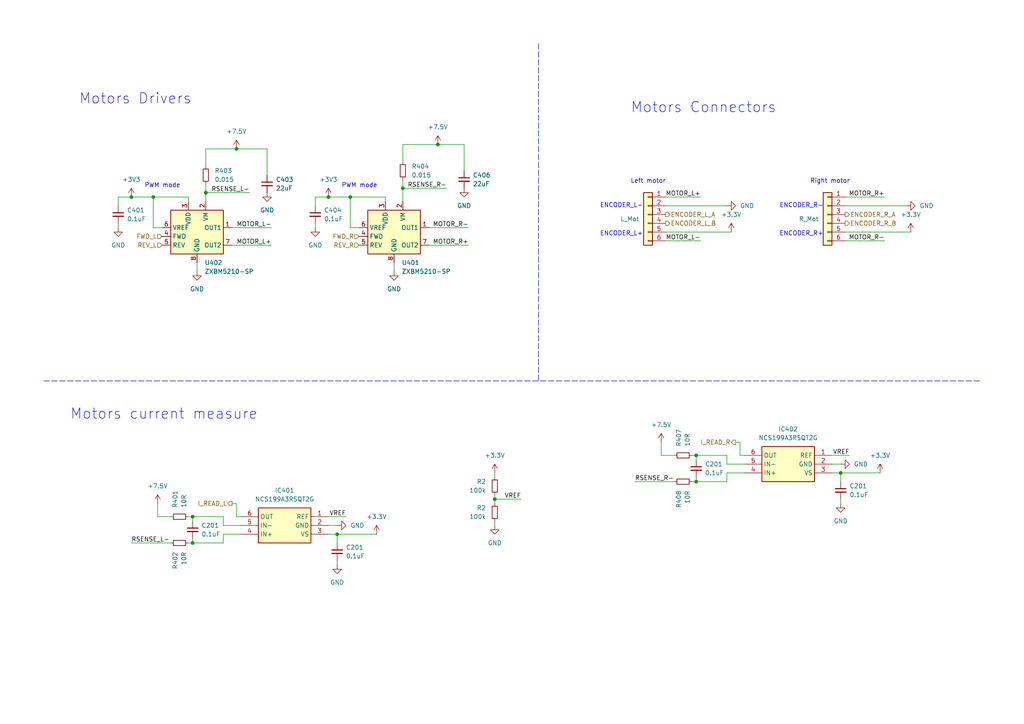
<source format=kicad_sch>
(kicad_sch (version 20230121) (generator eeschema)
  (paper "A4")
  (title_block (title "Robot chat - Motor drivers") (date "2023-09-19") (rev "1.0") (company "ENSEA"))
  (lib_symbols
    (symbol "Connector_Generic:Conn_01x06" (pin_names (offset 1.016) hide)
      (property "Reference" "J" (at 0 7.62 0))
      (property "Value" "Conn_01x06" (at 0 -10.16 0))
      (symbol "Conn_01x06_1_1"
        (rectangle (start -1.27 -7.493) (end 0 -7.747) (stroke (width 0.1524)))
        (rectangle (start -1.27 -4.953) (end 0 -5.207) (stroke (width 0.1524)))
        (rectangle (start -1.27 -2.413) (end 0 -2.667) (stroke (width 0.1524)))
        (rectangle (start -1.27 0.127) (end 0 -0.127) (stroke (width 0.1524)))
        (rectangle (start -1.27 2.667) (end 0 2.413) (stroke (width 0.1524)))
        (rectangle (start -1.27 5.207) (end 0 4.953) (stroke (width 0.1524)))
        (rectangle (start -1.27 6.35) (end 1.27 -8.89) (stroke (width 0.254)) (fill (type background)))
        (pin passive line (at -5.08 5.08 0) (length 3.81) (name "Pin_1") (number "1"))
        (pin passive line (at -5.08 2.54 0) (length 3.81) (name "Pin_2") (number "2"))
        (pin passive line (at -5.08 0 0) (length 3.81) (name "Pin_3") (number "3"))
        (pin passive line (at -5.08 -2.54 0) (length 3.81) (name "Pin_4") (number "4"))
        (pin passive line (at -5.08 -5.08 0) (length 3.81) (name "Pin_5") (number "5"))
        (pin passive line (at -5.08 -7.62 0) (length 3.81) (name "Pin_6") (number "6"))
      )
    )
    (symbol "Device:C_Small" (pin_numbers hide) (pin_names (offset 0.254) hide)
      (property "Reference" "C" (at 0.254 1.778 0))
      (property "Value" "C_Small" (at 0.254 -2.032 0))
      (symbol "C_Small_0_1"
        (polyline (pts (xy -1.524 -0.508) (xy 1.524 -0.508)) (stroke (width 0.3302)))
        (polyline (pts (xy -1.524 0.508) (xy 1.524 0.508)) (stroke (width 0.3048)))
      )
      (symbol "C_Small_1_1"
        (pin passive line (at 0 2.54 270) (length 2.032) (name "~") (number "1"))
        (pin passive line (at 0 -2.54 90) (length 2.032) (name "~") (number "2"))
      )
    )
    (symbol "Device:R_Small" (pin_numbers hide) (pin_names (offset 0.254) hide)
      (property "Reference" "R" (at 0.762 0.508 0))
      (property "Value" "R_Small" (at 0.762 -1.016 0))
      (symbol "R_Small_0_1"
        (rectangle (start -0.762 1.778) (end 0.762 -1.778) (stroke (width 0.2032)))
      )
      (symbol "R_Small_1_1"
        (pin passive line (at 0 2.54 270) (length 0.762) (name "~") (number "1"))
        (pin passive line (at 0 -2.54 90) (length 0.762) (name "~") (number "2"))
      )
    )
    (symbol "Driver_Motor:ZXBM5210-SP"
      (property "Reference" "U" (at -7.62 8.89 0))
      (property "Value" "ZXBM5210-SP" (at 10.16 8.89 0))
      (symbol "ZXBM5210-SP_0_0"
        (pin output line (at 10.16 2.54 180) (length 2.54) (name "OUT1") (number "1"))
        (pin power_in line (at 2.54 10.16 270) (length 2.54) (name "VM") (number "2"))
        (pin power_in line (at -2.54 10.16 270) (length 2.54) (name "VDD") (number "3"))
        (pin input line (at -10.16 0 0) (length 2.54) (name "FWD") (number "4"))
        (pin input line (at -10.16 -2.54 0) (length 2.54) (name "REV") (number "5"))
        (pin input line (at -10.16 2.54 0) (length 2.54) (name "VREF") (number "6"))
        (pin output line (at 10.16 -2.54 180) (length 2.54) (name "OUT2") (number "7"))
        (pin power_in line (at 0 -7.62 90) (length 2.54) (name "GND") (number "8"))
        (pin passive line (at 0 -7.62 90) (length 2.54) hide (name "GND") (number "9"))
      )
      (symbol "ZXBM5210-SP_0_1"
        (rectangle (start -7.62 7.62) (end 7.62 -5.08) (stroke (width 0.254)) (fill (type background)))
      )
    )
    (symbol "NCS199A3RSQT2G:NCS199A3RSQT2G"
      (property "Reference" "IC" (at 21.59 7.62 0))
      (property "Value" "NCS199A3RSQT2G" (at 21.59 5.08 0))
      (symbol "NCS199A3RSQT2G_1_1"
        (rectangle (start 5.08 2.54) (end 20.32 -7.62) (stroke (width 0.254)) (fill (type background)))
        (pin passive line (at 0 0 0) (length 5.08) (name "REF") (number "1"))
        (pin passive line (at 0 -2.54 0) (length 5.08) (name "GND") (number "2"))
        (pin passive line (at 0 -5.08 0) (length 5.08) (name "VS") (number "3"))
        (pin passive line (at 25.4 -5.08 180) (length 5.08) (name "IN+") (number "4"))
        (pin passive line (at 25.4 -2.54 180) (length 5.08) (name "IN-") (number "5"))
        (pin passive line (at 25.4 0 180) (length 5.08) (name "OUT") (number "6"))
      )
    )
    (symbol "power:+3.3V" (power) (pin_names (offset 0))
      (property "Value" "+3.3V" (at 0 3.556 0))
      (symbol "+3.3V_0_1"
        (polyline (pts (xy -0.762 1.27) (xy 0 2.54)))
        (polyline (pts (xy 0 0) (xy 0 2.54)))
        (polyline (pts (xy 0 2.54) (xy 0.762 1.27)))
      )
      (symbol "+3.3V_1_1"
        (pin power_in line (at 0 0 90) (length 0) hide (name "+3.3V") (number "1"))
      )
    )
    (symbol "power:+3V3" (power) (pin_names (offset 0))
      (property "Value" "+3V3" (at 0 3.556 0))
      (symbol "+3V3_0_1"
        (polyline (pts (xy -0.762 1.27) (xy 0 2.54)))
        (polyline (pts (xy 0 0) (xy 0 2.54)))
        (polyline (pts (xy 0 2.54) (xy 0.762 1.27)))
      )
      (symbol "+3V3_1_1"
        (pin power_in line (at 0 0 90) (length 0) hide (name "+3V3") (number "1"))
      )
    )
    (symbol "power:+7.5V" (power) (pin_names (offset 0))
      (property "Value" "+7.5V" (at 0 3.556 0))
      (symbol "+7.5V_0_1"
        (polyline (pts (xy -0.762 1.27) (xy 0 2.54)))
        (polyline (pts (xy 0 0) (xy 0 2.54)))
        (polyline (pts (xy 0 2.54) (xy 0.762 1.27)))
      )
      (symbol "+7.5V_1_1"
        (pin power_in line (at 0 0 90) (length 0) hide (name "+7.5V") (number "1"))
      )
    )
    (symbol "power:GND" (power) (pin_names (offset 0))
      (property "Value" "GND" (at 0 -3.81 0))
      (symbol "GND_0_1"
        (polyline (pts (xy 0 0) (xy 0 -1.27) (xy 1.27 -1.27) (xy 0 -2.54) (xy -1.27 -1.27) (xy 0 -1.27)))
      )
      (symbol "GND_1_1"
        (pin power_in line (at 0 0 270) (length 0) hide (name "GND") (number "1"))
      )
    )
  )
  (junction (at 116.84 54.61))
  (junction (at 97.79 154.94))
  (junction (at 143.51 144.78))
  (junction (at 44.45 57.15))
  (junction (at 55.88 149.86))
  (junction (at 55.88 157.48))
  (junction (at 243.84 137.16))
  (junction (at 127 41.91))
  (junction (at 201.93 132.08))
  (junction (at 38.1 57.15))
  (junction (at 201.93 139.7))
  (junction (at 59.69 55.88))
  (junction (at 95.25 57.15))
  (junction (at 101.6 57.15))
  (junction (at 68.58 43.18))
  (wire (pts (xy 59.69 43.18) (xy 68.58 43.18)))
  (wire (pts (xy 77.47 43.18) (xy 77.47 50.8)))
  (wire (pts (xy 95.25 57.15) (xy 101.6 57.15)))
  (wire (pts (xy 97.79 162.56) (xy 97.79 163.83)))
  (wire (pts (xy 97.79 157.48) (xy 97.79 154.94)))
  (wire (pts (xy 245.11 67.31) (xy 264.16 67.31)))
  (wire (pts (xy 57.15 76.2) (xy 57.15 78.74)))
  (wire (pts (xy 116.84 54.61) (xy 116.84 52.07)))
  (wire (pts (xy 68.58 146.05) (xy 68.58 149.86)))
  (wire (pts (xy 67.31 71.12) (xy 78.74 71.12)))
  (wire (pts (xy 243.84 139.7) (xy 243.84 137.16)))
  (wire (pts (xy 97.79 154.94) (xy 109.22 154.94)))
  (wire (pts (xy 91.44 59.69) (xy 91.44 57.15)))
  (wire (pts (xy 91.44 57.15) (xy 95.25 57.15)))
  (wire (pts (xy 59.69 43.18) (xy 59.69 48.26)))
  (polyline (pts (xy 156.21 12.7) (xy 156.21 110.49)) (stroke (width 0) (type dash)))
  (wire (pts (xy 214.63 132.08) (xy 215.9 132.08)))
  (wire (pts (xy 210.82 132.08) (xy 201.93 132.08)))
  (wire (pts (xy 114.3 76.2) (xy 114.3 78.74)))
  (wire (pts (xy 46.99 66.04) (xy 44.45 66.04)))
  (wire (pts (xy 135.89 66.04) (xy 124.46 66.04)))
  (wire (pts (xy 68.58 149.86) (xy 69.85 149.86)))
  (wire (pts (xy 127 41.91) (xy 134.62 41.91)))
  (wire (pts (xy 34.29 59.69) (xy 34.29 57.15)))
  (wire (pts (xy 134.62 41.91) (xy 134.62 49.53)))
  (wire (pts (xy 203.2 57.15) (xy 193.04 57.15)))
  (wire (pts (xy 246.38 132.08) (xy 241.3 132.08)))
  (wire (pts (xy 34.29 57.15) (xy 38.1 57.15)))
  (wire (pts (xy 256.54 69.85) (xy 245.11 69.85)))
  (wire (pts (xy 38.1 57.15) (xy 44.45 57.15)))
  (wire (pts (xy 55.88 157.48) (xy 64.77 157.48)))
  (wire (pts (xy 195.58 139.7) (xy 184.15 139.7)))
  (wire (pts (xy 95.25 152.4) (xy 97.79 152.4)))
  (wire (pts (xy 116.84 54.61) (xy 116.84 58.42)))
  (wire (pts (xy 59.69 58.42) (xy 59.69 55.88)))
  (wire (pts (xy 116.84 41.91) (xy 116.84 46.99)))
  (wire (pts (xy 45.72 146.05) (xy 45.72 149.86)))
  (wire (pts (xy 104.14 66.04) (xy 101.6 66.04)))
  (wire (pts (xy 201.93 139.7) (xy 210.82 139.7)))
  (wire (pts (xy 55.88 157.48) (xy 55.88 156.21)))
  (wire (pts (xy 64.77 157.48) (xy 64.77 154.94)))
  (wire (pts (xy 193.04 67.31) (xy 212.09 67.31)))
  (wire (pts (xy 44.45 66.04) (xy 44.45 57.15)))
  (wire (pts (xy 129.54 54.61) (xy 116.84 54.61)))
  (wire (pts (xy 67.31 146.05) (xy 68.58 146.05)))
  (wire (pts (xy 67.31 66.04) (xy 78.74 66.04)))
  (wire (pts (xy 54.61 157.48) (xy 55.88 157.48)))
  (wire (pts (xy 200.66 132.08) (xy 201.93 132.08)))
  (wire (pts (xy 210.82 139.7) (xy 210.82 137.16)))
  (wire (pts (xy 135.89 71.12) (xy 124.46 71.12)))
  (wire (pts (xy 44.45 57.15) (xy 54.61 57.15)))
  (wire (pts (xy 191.77 132.08) (xy 195.58 132.08)))
  (wire (pts (xy 101.6 57.15) (xy 111.76 57.15)))
  (wire (pts (xy 215.9 134.62) (xy 210.82 134.62)))
  (wire (pts (xy 72.39 55.88) (xy 59.69 55.88)))
  (wire (pts (xy 210.82 137.16) (xy 215.9 137.16)))
  (wire (pts (xy 59.69 55.88) (xy 59.69 53.34)))
  (wire (pts (xy 101.6 66.04) (xy 101.6 57.15)))
  (wire (pts (xy 214.63 128.27) (xy 214.63 132.08)))
  (wire (pts (xy 45.72 149.86) (xy 49.53 149.86)))
  (wire (pts (xy 243.84 137.16) (xy 255.27 137.16)))
  (wire (pts (xy 203.2 69.85) (xy 193.04 69.85)))
  (wire (pts (xy 191.77 128.27) (xy 191.77 132.08)))
  (wire (pts (xy 243.84 144.78) (xy 243.84 146.05)))
  (wire (pts (xy 213.36 128.27) (xy 214.63 128.27)))
  (wire (pts (xy 143.51 151.13) (xy 143.51 152.4)))
  (wire (pts (xy 143.51 144.78) (xy 143.51 146.05)))
  (wire (pts (xy 69.85 152.4) (xy 64.77 152.4)))
  (wire (pts (xy 193.04 59.69) (xy 210.82 59.69)))
  (wire (pts (xy 201.93 139.7) (xy 201.93 138.43)))
  (wire (pts (xy 34.29 64.77) (xy 34.29 66.04)))
  (wire (pts (xy 143.51 144.78) (xy 151.13 144.78)))
  (wire (pts (xy 100.33 149.86) (xy 95.25 149.86)))
  (wire (pts (xy 91.44 64.77) (xy 91.44 66.04)))
  (wire (pts (xy 116.84 41.91) (xy 127 41.91)))
  (wire (pts (xy 200.66 139.7) (xy 201.93 139.7)))
  (wire (pts (xy 201.93 132.08) (xy 201.93 133.35)))
  (wire (pts (xy 245.11 59.69) (xy 262.89 59.69)))
  (wire (pts (xy 243.84 137.16) (xy 241.3 137.16)))
  (wire (pts (xy 54.61 57.15) (xy 54.61 58.42)))
  (wire (pts (xy 55.88 149.86) (xy 55.88 151.13)))
  (wire (pts (xy 256.54 57.15) (xy 245.11 57.15)))
  (wire (pts (xy 97.79 154.94) (xy 95.25 154.94)))
  (wire (pts (xy 64.77 149.86) (xy 55.88 149.86)))
  (wire (pts (xy 143.51 143.51) (xy 143.51 144.78)))
  (wire (pts (xy 68.58 43.18) (xy 77.47 43.18)))
  (polyline (pts (xy 12.7 110.49) (xy 284.48 110.49)) (stroke (width 0) (type dash)))
  (wire (pts (xy 64.77 154.94) (xy 69.85 154.94)))
  (wire (pts (xy 210.82 134.62) (xy 210.82 132.08)))
  (wire (pts (xy 64.77 152.4) (xy 64.77 149.86)))
  (wire (pts (xy 54.61 149.86) (xy 55.88 149.86)))
  (wire (pts (xy 241.3 134.62) (xy 243.84 134.62)))
  (wire (pts (xy 111.76 57.15) (xy 111.76 58.42)))
  (wire (pts (xy 143.51 137.16) (xy 143.51 138.43)))
  (wire (pts (xy 49.53 157.48) (xy 38.1 157.48)))
  (text "PWM mode" (at 41.91 54.61 0) (effects (font (size 1.27 1.27)) (justify left bottom)))
  (text "Left motor" (at 182.88 53.34 0) (effects (font (size 1.27 1.27)) (justify left bottom)))
  (text "Motors Connectors" (at 182.88 33.02 0) (effects (font (size 3 3)) (justify left bottom)))
  (text "PWM mode" (at 99.06 54.61 0) (effects (font (size 1.27 1.27)) (justify left bottom)))
  (text "Motors Drivers" (at 22.86 30.48 0) (effects (font (size 3 3)) (justify left bottom)))
  (text "ENCODER_L-\n\n\n\nENCODER_L+" (at 173.99 68.58 0) (effects (font (size 1.27 1.27)) (justify left bottom)))
  (text "ENCODER_R-\n\n\n\nENCODER_R+" (at 226.06 68.58 0) (effects (font (size 1.27 1.27)) (justify left bottom)))
  (text "Right motor" (at 234.95 53.34 0) (effects (font (size 1.27 1.27)) (justify left bottom)))
  (text "Motors current measure" (at 20.32 121.92 0) (effects (font (size 3 3)) (justify left bottom)))
  (label "MOTOR_R-" (at 135.89 66.04 180))
  (label "VREF" (at 100.33 149.86 180))
  (label "MOTOR_R+" (at 135.89 71.12 180))
  (label "MOTOR_L-" (at 78.74 66.04 180))
  (label "RSENSE_L-" (at 72.39 55.88 180))
  (label "MOTOR_R+" (at 256.54 57.15 180))
  (label "VREF" (at 246.38 132.08 180))
  (label "RSENSE_R-" (at 129.54 54.61 180))
  (label "MOTOR_L+" (at 203.2 57.15 180))
  (label "MOTOR_L-" (at 203.2 69.85 180))
  (label "MOTOR_L+" (at 78.74 71.12 180))
  (label "RSENSE_R-" (at 184.15 139.7 0))
  (label "VREF" (at 151.13 144.78 180))
  (label "MOTOR_R-" (at 256.54 69.85 180))
  (label "RSENSE_L-" (at 38.1 157.48 0))
  (hierarchical_label "ENCODER_L_B" (shape output) (at 193.04 64.77 0))
  (hierarchical_label "REV_R" (shape input) (at 104.14 71.12 180))
  (hierarchical_label "REV_L" (shape input) (at 46.99 71.12 180))
  (hierarchical_label "I_READ_R" (shape output) (at 213.36 128.27 180))
  (hierarchical_label "ENCODER_L_A" (shape output) (at 193.04 62.23 0))
  (hierarchical_label "ENCODER_R_B" (shape output) (at 245.11 64.77 0))
  (hierarchical_label "FWD_R" (shape input) (at 104.14 68.58 180))
  (hierarchical_label "FWD_L" (shape input) (at 46.99 68.58 180))
  (hierarchical_label "I_READ_L" (shape output) (at 67.31 146.05 180))
  (hierarchical_label "ENCODER_R_A" (shape output) (at 245.11 62.23 0))
  (symbol (lib_id "power:GND") (at 143.51 152.4 0) (unit 1)
    (property "Reference" "#PWR0415" (effects hide))
    (property "Value" "GND" (at 143.51 157.48 0))
  )
  (symbol (lib_id "power:GND") (at 34.29 66.04 0) (unit 1)
    (property "Reference" "#PWR0401" (effects hide))
    (property "Value" "GND" (at 34.29 71.12 0))
  )
  (symbol (lib_id "power:+7.5V") (at 68.58 43.18 0) (unit 1)
    (property "Reference" "#PWR0404" (effects hide))
    (property "Value" "+7.5V" (at 68.58 38.1 0))
  )
  (symbol (lib_id "Device:R_Small") (at 198.12 139.7 90) (mirror x) (unit 1)
    (property "Reference" "R408" (at 196.85 142.24 0) (effects (justify left)))
    (property "Value" "10R" (at 199.39 142.24 0) (effects (justify left)))
    (property "Footprint" "Resistor_SMD:R_0603_1608Metric" (effects hide))
  )
  (symbol (lib_id "Device:C_Small") (at 34.29 62.23 0) (unit 1)
    (property "Reference" "C401" (at 36.83 60.9663 0) (effects (justify left)))
    (property "Value" "0.1uF" (at 36.83 63.5063 0) (effects (justify left)))
    (property "Footprint" "Capacitor_SMD:C_0402_1005Metric" (effects hide))
  )
  (symbol (lib_id "power:GND") (at 77.47 55.88 0) (unit 1)
    (property "Reference" "#PWR0405" (effects hide))
    (property "Value" "GND" (at 77.47 60.96 0))
  )
  (symbol (lib_id "Connector_Generic:Conn_01x06") (at 240.03 62.23 0) (mirror y) (unit 1)
    (property "Reference" "J402" (effects hide))
    (property "Value" "R_Mot" (at 237.49 63.5 0) (effects (justify left)))
    (property "Footprint" "Connector_JST:JST_XH_S6B-XH-A_1x06_P2.50mm_Horizontal" (effects hide))
  )
  (symbol (lib_id "power:+3V3") (at 95.25 57.15 0) (unit 1)
    (property "Reference" "#PWR0407" (effects hide))
    (property "Value" "+3V3" (at 95.25 52.07 0))
  )
  (symbol (lib_id "power:GND") (at 243.84 146.05 0) (unit 1)
    (property "Reference" "#PWR0419" (effects hide))
    (property "Value" "GND" (at 243.84 151.13 0))
  )
  (symbol (lib_id "Device:R_Small") (at 59.69 50.8 0) (unit 1)
    (property "Reference" "R403" (at 62.23 49.53 0) (effects (justify left)))
    (property "Value" "0.015" (at 62.23 52.07 0) (effects (justify left)))
    (property "Footprint" "Resistor_SMD:R_0805_2012Metric" (effects hide))
  )
  (symbol (lib_id "power:GND") (at 262.89 59.69 90) (unit 1)
    (property "Reference" "#PWR0421" (effects hide))
    (property "Value" "GND" (at 266.7 59.69 90) (effects (justify right)))
  )
  (symbol (lib_id "power:GND") (at 210.82 59.69 90) (unit 1)
    (property "Reference" "#PWR0416" (effects hide))
    (property "Value" "GND" (at 214.63 59.69 90) (effects (justify right)))
  )
  (symbol (lib_id "power:GND") (at 97.79 152.4 90) (unit 1)
    (property "Reference" "#PWR0408" (effects hide))
    (property "Value" "GND" (at 101.6 152.4 90) (effects (justify right)))
  )
  (symbol (lib_id "power:GND") (at 134.62 54.61 0) (unit 1)
    (property "Reference" "#PWR0413" (effects hide))
    (property "Value" "GND" (at 134.62 59.69 0))
  )
  (symbol (lib_id "Device:C_Small") (at 243.84 142.24 0) (unit 1)
    (property "Reference" "C201" (at 246.38 140.9763 0) (effects (justify left)))
    (property "Value" "0.1uF" (at 246.38 143.5163 0) (effects (justify left)))
    (property "Footprint" "Capacitor_SMD:C_0402_1005Metric" (effects hide))
    (instances (project "robot_chat" (path "" (reference "C201") (unit 1)) (path "" (reference "C408") (unit 1))))
  )
  (symbol (lib_id "Connector_Generic:Conn_01x06") (at 187.96 62.23 0) (mirror y) (unit 1)
    (property "Reference" "J401" (effects hide))
    (property "Value" "L_Mot" (at 185.42 63.5 0) (effects (justify left)))
    (property "Footprint" "Connector_JST:JST_XH_S6B-XH-A_1x06_P2.50mm_Horizontal" (effects hide))
  )
  (symbol (lib_id "power:GND") (at 57.15 78.74 0) (unit 1)
    (property "Reference" "#PWR0403" (effects hide))
    (property "Value" "GND" (at 57.15 83.82 0))
  )
  (symbol (lib_id "power:+7.5V") (at 127 41.91 0) (unit 1)
    (property "Reference" "#PWR0412" (effects hide))
    (property "Value" "+7.5V" (at 127 36.83 0))
  )
  (symbol (lib_id "power:+3.3V") (at 212.09 67.31 0) (unit 1)
    (property "Reference" "#PWR0417" (effects hide))
    (property "Value" "+3.3V" (at 212.09 62.23 0))
  )
  (symbol (lib_id "NCS199A3RSQT2G:NCS199A3RSQT2G") (at 241.3 132.08 0) (mirror y) (unit 1)
    (property "Reference" "IC402" (at 228.6 124.46 0))
    (property "Value" "NCS199A3RSQT2G" (at 228.6 127 0))
    (property "Footprint" "Package_TO_SOT_SMD:SOT-363_SC-70-6" (effects hide))
    (property "Datasheet" "http://www.onsemi.com/pub/Collateral/NCS199A1R-D.PDF" (effects hide))
    (property "Height" "1.1" (effects hide))
    (property "Mouser Part Number" "863-NCS199A3RSQT2G" (effects hide))
    (property "Mouser Price/Stock" "https://www.mouser.co.uk/ProductDetail/onsemi/NCS199A3RSQT2G?qs=MLItCLRbWszD4w0oil3kbg%3D%3D" (effects hide))
    (property "Manufacturer_Name" "onsemi" (effects hide))
    (property "Manufacturer_Part_Number" "NCS199A3RSQT2G" (effects hide))
  )
  (symbol (lib_id "power:GND") (at 243.84 134.62 90) (unit 1)
    (property "Reference" "#PWR0418" (effects hide))
    (property "Value" "GND" (at 247.65 134.62 90) (effects (justify right)))
  )
  (symbol (lib_id "Device:C_Small") (at 201.93 135.89 0) (unit 1)
    (property "Reference" "C201" (at 204.47 134.6263 0) (effects (justify left)))
    (property "Value" "0.1uF" (at 204.47 137.1663 0) (effects (justify left)))
    (property "Footprint" "Capacitor_SMD:C_0402_1005Metric" (effects hide))
    (instances (project "robot_chat" (path "" (reference "C201") (unit 1)) (path "" (reference "C407") (unit 1))))
  )
  (symbol (lib_id "power:+3.3V") (at 264.16 67.31 0) (unit 1)
    (property "Reference" "#PWR0422" (effects hide))
    (property "Value" "+3.3V" (at 264.16 62.23 0))
  )
  (symbol (lib_id "power:+3V3") (at 38.1 57.15 0) (unit 1)
    (property "Reference" "#PWR0402" (effects hide))
    (property "Value" "+3V3" (at 38.1 52.07 0))
  )
  (symbol (lib_id "power:GND") (at 114.3 78.74 0) (unit 1)
    (property "Reference" "#PWR0411" (effects hide))
    (property "Value" "GND" (at 114.3 83.82 0))
  )
  (symbol (lib_id "Device:C_Small") (at 91.44 62.23 0) (unit 1)
    (property "Reference" "C404" (at 93.98 60.9663 0) (effects (justify left)))
    (property "Value" "0.1uF" (at 93.98 63.5063 0) (effects (justify left)))
    (property "Footprint" "Capacitor_SMD:C_0402_1005Metric" (effects hide))
  )
  (symbol (lib_id "power:+7.5V") (at 45.72 146.05 0) (unit 1)
    (property "Reference" "#PWR01" (effects hide))
    (property "Value" "+7.5V" (at 45.72 140.97 0))
  )
  (symbol (lib_id "Device:R_Small") (at 143.51 140.97 0) (mirror y) (unit 1)
    (property "Reference" "R2" (at 140.97 139.7 0) (effects (justify left)))
    (property "Value" "100k" (at 140.97 142.24 0) (effects (justify left)))
    (property "Footprint" "Resistor_SMD:R_0603_1608Metric" (effects hide))
    (instances (project "robot_chat" (path "" (reference "R2") (unit 1)) (path "" (reference "R405") (unit 1))))
  )
  (symbol (lib_id "Device:C_Small") (at 77.47 53.34 0) (unit 1)
    (property "Reference" "C403" (at 80.01 52.0763 0) (effects (justify left)))
    (property "Value" "22uF" (at 80.01 54.6163 0) (effects (justify left)))
    (property "Footprint" "Capacitor_SMD:C_0805_2012Metric" (effects hide))
  )
  (symbol (lib_id "Device:R_Small") (at 198.12 132.08 90) (unit 1)
    (property "Reference" "R407" (at 196.85 129.54 0) (effects (justify left)))
    (property "Value" "10R" (at 199.39 129.54 0) (effects (justify left)))
    (property "Footprint" "Resistor_SMD:R_0603_1608Metric" (effects hide))
  )
  (symbol (lib_id "power:+7.5V") (at 191.77 128.27 0) (unit 1)
    (property "Reference" "#PWR02" (effects hide))
    (property "Value" "+7.5V" (at 191.77 123.19 0))
  )
  (symbol (lib_id "Device:R_Small") (at 52.07 149.86 90) (unit 1)
    (property "Reference" "R401" (at 50.8 147.32 0) (effects (justify left)))
    (property "Value" "10R" (at 53.34 147.32 0) (effects (justify left)))
    (property "Footprint" "Resistor_SMD:R_0603_1608Metric" (effects hide))
  )
  (symbol (lib_id "Driver_Motor:ZXBM5210-SP") (at 57.15 68.58 0) (unit 1)
    (property "Reference" "U402" (at 59.3441 76.2 0) (effects (justify left)))
    (property "Value" "ZXBM5210-SP" (at 59.3441 78.74 0) (effects (justify left)))
    (property "Footprint" "Package_SO:SOIC-8-1EP_3.9x4.9mm_P1.27mm_EP2.62x3.51mm_ThermalVias" (effects hide))
    (property "Datasheet" "https://www.diodes.com/assets/Datasheets/ZXBM5210.pdf" (effects hide))
  )
  (symbol (lib_id "power:GND") (at 97.79 163.83 0) (unit 1)
    (property "Reference" "#PWR0409" (effects hide))
    (property "Value" "GND" (at 97.79 168.91 0))
  )
  (symbol (lib_id "power:+3.3V") (at 255.27 137.16 0) (unit 1)
    (property "Reference" "#PWR0420" (effects hide))
    (property "Value" "+3.3V" (at 255.27 132.08 0))
  )
  (symbol (lib_id "NCS199A3RSQT2G:NCS199A3RSQT2G") (at 95.25 149.86 0) (mirror y) (unit 1)
    (property "Reference" "IC401" (at 82.55 142.24 0))
    (property "Value" "NCS199A3RSQT2G" (at 82.55 144.78 0))
    (property "Footprint" "Package_TO_SOT_SMD:SOT-363_SC-70-6" (effects hide))
    (property "Datasheet" "http://www.onsemi.com/pub/Collateral/NCS199A1R-D.PDF" (effects hide))
    (property "Height" "1.1" (effects hide))
    (property "Mouser Part Number" "863-NCS199A3RSQT2G" (effects hide))
    (property "Mouser Price/Stock" "https://www.mouser.co.uk/ProductDetail/onsemi/NCS199A3RSQT2G?qs=MLItCLRbWszD4w0oil3kbg%3D%3D" (effects hide))
    (property "Manufacturer_Name" "onsemi" (effects hide))
    (property "Manufacturer_Part_Number" "NCS199A3RSQT2G" (effects hide))
  )
  (symbol (lib_id "Device:R_Small") (at 52.07 157.48 90) (mirror x) (unit 1)
    (property "Reference" "R402" (at 50.8 160.02 0) (effects (justify left)))
    (property "Value" "10R" (at 53.34 160.02 0) (effects (justify left)))
    (property "Footprint" "Resistor_SMD:R_0603_1608Metric" (effects hide))
  )
  (symbol (lib_id "power:+3.3V") (at 109.22 154.94 0) (unit 1)
    (property "Reference" "#PWR0410" (effects hide))
    (property "Value" "+3.3V" (at 109.22 149.86 0))
  )
  (symbol (lib_id "Driver_Motor:ZXBM5210-SP") (at 114.3 68.58 0) (unit 1)
    (property "Reference" "U401" (at 116.4941 76.2 0) (effects (justify left)))
    (property "Value" "ZXBM5210-SP" (at 116.4941 78.74 0) (effects (justify left)))
    (property "Footprint" "Package_SO:SOIC-8-1EP_3.9x4.9mm_P1.27mm_EP2.62x3.51mm_ThermalVias" (effects hide))
    (property "Datasheet" "https://www.diodes.com/assets/Datasheets/ZXBM5210.pdf" (effects hide))
  )
  (symbol (lib_id "Device:C_Small") (at 134.62 52.07 0) (unit 1)
    (property "Reference" "C406" (at 137.16 50.8063 0) (effects (justify left)))
    (property "Value" "22uF" (at 137.16 53.3463 0) (effects (justify left)))
    (property "Footprint" "Capacitor_SMD:C_0805_2012Metric" (effects hide))
  )
  (symbol (lib_id "power:GND") (at 91.44 66.04 0) (unit 1)
    (property "Reference" "#PWR0406" (effects hide))
    (property "Value" "GND" (at 91.44 71.12 0))
  )
  (symbol (lib_id "Device:R_Small") (at 143.51 148.59 0) (mirror y) (unit 1)
    (property "Reference" "R2" (at 140.97 147.32 0) (effects (justify left)))
    (property "Value" "100k" (at 140.97 149.86 0) (effects (justify left)))
    (property "Footprint" "Resistor_SMD:R_0603_1608Metric" (effects hide))
    (instances (project "robot_chat" (path "" (reference "R2") (unit 1)) (path "" (reference "R406") (unit 1))))
  )
  (symbol (lib_id "Device:R_Small") (at 116.84 49.53 0) (unit 1)
    (property "Reference" "R404" (at 119.38 48.26 0) (effects (justify left)))
    (property "Value" "0.015" (at 119.38 50.8 0) (effects (justify left)))
    (property "Footprint" "Resistor_SMD:R_0805_2012Metric" (effects hide))
  )
  (symbol (lib_id "power:+3.3V") (at 143.51 137.16 0) (unit 1)
    (property "Reference" "#PWR0414" (effects hide))
    (property "Value" "+3.3V" (at 143.51 132.08 0))
  )
  (symbol (lib_id "Device:C_Small") (at 97.79 160.02 0) (unit 1)
    (property "Reference" "C201" (at 100.33 158.7563 0) (effects (justify left)))
    (property "Value" "0.1uF" (at 100.33 161.2963 0) (effects (justify left)))
    (property "Footprint" "Capacitor_SMD:C_0402_1005Metric" (effects hide))
    (instances (project "robot_chat" (path "" (reference "C201") (unit 1)) (path "" (reference "C405") (unit 1))))
  )
  (symbol (lib_id "Device:C_Small") (at 55.88 153.67 0) (unit 1)
    (property "Reference" "C201" (at 58.42 152.4063 0) (effects (justify left)))
    (property "Value" "0.1uF" (at 58.42 154.9463 0) (effects (justify left)))
    (property "Footprint" "Capacitor_SMD:C_0402_1005Metric" (effects hide))
    (instances (project "robot_chat" (path "" (reference "C201") (unit 1)) (path "" (reference "C402") (unit 1))))
  )
)
</source>
